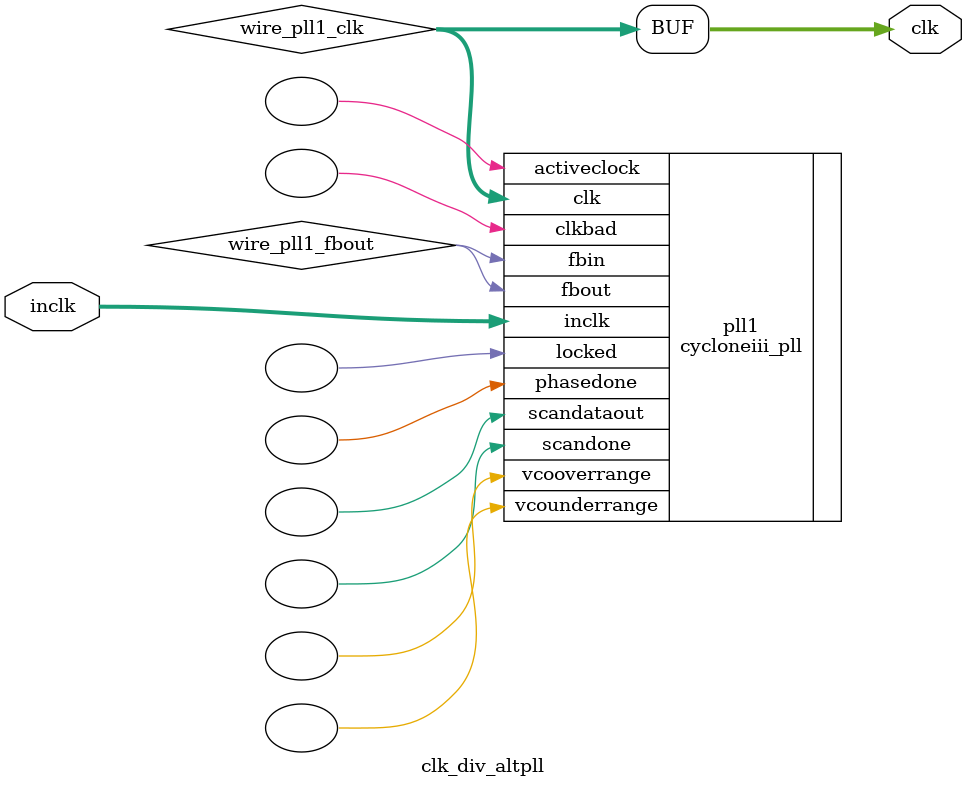
<source format=v>






//synthesis_resources = cycloneiii_pll 1 
//synopsys translate_off
`timescale 1 ps / 1 ps
//synopsys translate_on
module  clk_div_altpll
	( 
	clk,
	inclk) /* synthesis synthesis_clearbox=1 */;
	output   [4:0]  clk;
	input   [1:0]  inclk;
`ifndef ALTERA_RESERVED_QIS
// synopsys translate_off
`endif
	tri0   [1:0]  inclk;
`ifndef ALTERA_RESERVED_QIS
// synopsys translate_on
`endif

	wire  [4:0]   wire_pll1_clk;
	wire  wire_pll1_fbout;

	cycloneiii_pll   pll1
	( 
	.activeclock(),
	.clk(wire_pll1_clk),
	.clkbad(),
	.fbin(wire_pll1_fbout),
	.fbout(wire_pll1_fbout),
	.inclk(inclk),
	.locked(),
	.phasedone(),
	.scandataout(),
	.scandone(),
	.vcooverrange(),
	.vcounderrange()
	`ifndef FORMAL_VERIFICATION
	// synopsys translate_off
	`endif
	,
	.areset(1'b0),
	.clkswitch(1'b0),
	.configupdate(1'b0),
	.pfdena(1'b1),
	.phasecounterselect({3{1'b0}}),
	.phasestep(1'b0),
	.phaseupdown(1'b0),
	.scanclk(1'b0),
	.scanclkena(1'b1),
	.scandata(1'b0)
	`ifndef FORMAL_VERIFICATION
	// synopsys translate_on
	`endif
	);
	defparam
		pll1.bandwidth_type = "auto",
		pll1.clk0_divide_by = 2,
		pll1.clk0_duty_cycle = 50,
		pll1.clk0_multiply_by = 1,
		pll1.clk0_phase_shift = "0",
		pll1.compensate_clock = "clk0",
		pll1.inclk0_input_frequency = 20000,
		pll1.operation_mode = "normal",
		pll1.pll_type = "auto",
		pll1.lpm_type = "cycloneiii_pll";
	assign
		clk = {wire_pll1_clk[4:0]};
endmodule //clk_div_altpll
//VALID FILE

</source>
